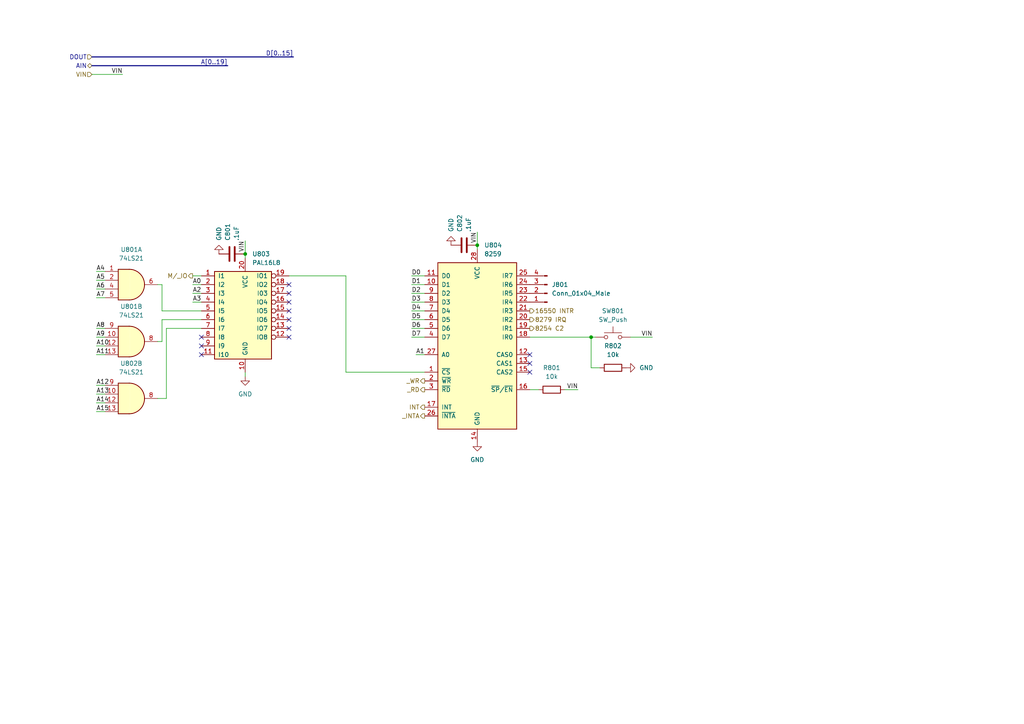
<source format=kicad_sch>
(kicad_sch (version 20211123) (generator eeschema)
  (paper "A4")
  (lib_symbols
    (symbol "74xx:74LS21" (pin_names (offset 1.016))
      (property "Reference" "U" (at 0 1.27 0))
      (property "Value" "74LS21" (at 0 -1.27 0))
      (symbol "74LS21_1_1"
        (arc (start -0.635 -4.445) (mid 3.81 0) (end -0.635 4.445) (stroke (width 0.254)) (fill (type background)))
        (polyline (pts (xy -0.635 4.445) (xy -3.81 4.445) (xy -3.81 -4.445) (xy -0.635 -4.445)) (stroke (width 0.254)) (fill (type background)))
        (pin input line (at -7.62 3.81 0) (length 3.81) (name "~") (number "1"))
        (pin input line (at -7.62 1.27 0) (length 3.81) (name "~") (number "2"))
        (pin input line (at -7.62 -1.27 0) (length 3.81) (name "~") (number "4"))
        (pin input line (at -7.62 -3.81 0) (length 3.81) (name "~") (number "5"))
        (pin output line (at 7.62 0 180) (length 3.81) (name "~") (number "6"))
      )
      (symbol "74LS21_1_2"
        (arc (start -3.81 -4.445) (mid -2.5908 0) (end -3.81 4.445) (stroke (width 0.254)))
        (arc (start -0.6096 -4.445) (mid 2.2246 -2.8422) (end 3.81 0) (stroke (width 0.254)) (fill (type background)))
        (polyline (pts (xy -3.81 -4.445) (xy -0.635 -4.445)) (stroke (width 0.254)) (fill (type background)))
        (polyline (pts (xy -3.81 4.445) (xy -0.635 4.445)) (stroke (width 0.254)) (fill (type background)))
        (polyline (pts (xy -0.635 4.445) (xy -3.81 4.445) (xy -3.81 4.445) (xy -3.6322 4.0894) (xy -3.0988 2.921) (xy -2.7686 1.6764) (xy -2.6162 0.4318) (xy -2.6416 -0.8636) (xy -2.8702 -2.1082) (xy -3.2512 -3.3274) (xy -3.81 -4.445) (xy -3.81 -4.445) (xy -0.635 -4.445)) (stroke (width -25.4)) (fill (type background)))
        (arc (start 3.81 0) (mid 2.2204 2.8379) (end -0.6096 4.445) (stroke (width 0.254)) (fill (type background)))
        (pin input inverted (at -7.62 3.81 0) (length 3.81) (name "~") (number "1"))
        (pin input inverted (at -7.62 1.27 0) (length 4.826) (name "~") (number "2"))
        (pin input inverted (at -7.62 -1.27 0) (length 4.826) (name "~") (number "4"))
        (pin input inverted (at -7.62 -3.81 0) (length 3.81) (name "~") (number "5"))
        (pin output inverted (at 7.62 0 180) (length 3.81) (name "~") (number "6"))
      )
      (symbol "74LS21_2_1"
        (arc (start -0.635 -4.445) (mid 3.81 0) (end -0.635 4.445) (stroke (width 0.254)) (fill (type background)))
        (polyline (pts (xy -0.635 4.445) (xy -3.81 4.445) (xy -3.81 -4.445) (xy -0.635 -4.445)) (stroke (width 0.254)) (fill (type background)))
        (pin input line (at -7.62 1.27 0) (length 3.81) (name "~") (number "10"))
        (pin input line (at -7.62 -1.27 0) (length 3.81) (name "~") (number "12"))
        (pin input line (at -7.62 -3.81 0) (length 3.81) (name "~") (number "13"))
        (pin output line (at 7.62 0 180) (length 3.81) (name "~") (number "8"))
        (pin input line (at -7.62 3.81 0) (length 3.81) (name "~") (number "9"))
      )
      (symbol "74LS21_2_2"
        (arc (start -3.81 -4.445) (mid -2.5908 0) (end -3.81 4.445) (stroke (width 0.254)))
        (arc (start -0.6096 -4.445) (mid 2.2246 -2.8422) (end 3.81 0) (stroke (width 0.254)) (fill (type background)))
        (polyline (pts (xy -3.81 -4.445) (xy -0.635 -4.445)) (stroke (width 0.254)) (fill (type background)))
        (polyline (pts (xy -3.81 4.445) (xy -0.635 4.445)) (stroke (width 0.254)) (fill (type background)))
        (polyline (pts (xy -0.635 4.445) (xy -3.81 4.445) (xy -3.81 4.445) (xy -3.6322 4.0894) (xy -3.0988 2.921) (xy -2.7686 1.6764) (xy -2.6162 0.4318) (xy -2.6416 -0.8636) (xy -2.8702 -2.1082) (xy -3.2512 -3.3274) (xy -3.81 -4.445) (xy -3.81 -4.445) (xy -0.635 -4.445)) (stroke (width -25.4)) (fill (type background)))
        (arc (start 3.81 0) (mid 2.2204 2.8379) (end -0.6096 4.445) (stroke (width 0.254)) (fill (type background)))
        (pin input inverted (at -7.62 1.27 0) (length 4.826) (name "~") (number "10"))
        (pin input inverted (at -7.62 -1.27 0) (length 4.826) (name "~") (number "12"))
        (pin input inverted (at -7.62 -3.81 0) (length 3.81) (name "~") (number "13"))
        (pin output inverted (at 7.62 0 180) (length 3.81) (name "~") (number "8"))
        (pin input inverted (at -7.62 3.81 0) (length 3.81) (name "~") (number "9"))
      )
      (symbol "74LS21_3_0"
        (pin power_in line (at 0 12.7 270) (length 5.08) (name "VCC") (number "14"))
        (pin power_in line (at 0 -12.7 90) (length 5.08) (name "GND") (number "7"))
      )
      (symbol "74LS21_3_1"
        (rectangle (start -5.08 7.62) (end 5.08 -7.62) (stroke (width 0.254)) (fill (type background)))
      )
    )
    (symbol "Connector:Conn_01x04_Male" (pin_names (offset 1.016) hide)
      (property "Reference" "J" (at 0 5.08 0))
      (property "Value" "Conn_01x04_Male" (at 0 -7.62 0))
      (symbol "Conn_01x04_Male_1_1"
        (polyline (pts (xy 1.27 -5.08) (xy 0.8636 -5.08)) (stroke (width 0.1524)))
        (polyline (pts (xy 1.27 -2.54) (xy 0.8636 -2.54)) (stroke (width 0.1524)))
        (polyline (pts (xy 1.27 0) (xy 0.8636 0)) (stroke (width 0.1524)))
        (polyline (pts (xy 1.27 2.54) (xy 0.8636 2.54)) (stroke (width 0.1524)))
        (rectangle (start 0.8636 -4.953) (end 0 -5.207) (stroke (width 0.1524)) (fill (type outline)))
        (rectangle (start 0.8636 -2.413) (end 0 -2.667) (stroke (width 0.1524)) (fill (type outline)))
        (rectangle (start 0.8636 0.127) (end 0 -0.127) (stroke (width 0.1524)) (fill (type outline)))
        (rectangle (start 0.8636 2.667) (end 0 2.413) (stroke (width 0.1524)) (fill (type outline)))
        (pin passive line (at 5.08 2.54 180) (length 3.81) (name "Pin_1") (number "1"))
        (pin passive line (at 5.08 0 180) (length 3.81) (name "Pin_2") (number "2"))
        (pin passive line (at 5.08 -2.54 180) (length 3.81) (name "Pin_3") (number "3"))
        (pin passive line (at 5.08 -5.08 180) (length 3.81) (name "Pin_4") (number "4"))
      )
    )
    (symbol "Device:C" (pin_numbers hide) (pin_names (offset 0.254))
      (property "Reference" "C" (at 0.635 2.54 0))
      (property "Value" "C" (at 0.635 -2.54 0))
      (symbol "C_0_1"
        (polyline (pts (xy -2.032 -0.762) (xy 2.032 -0.762)) (stroke (width 0.508)))
        (polyline (pts (xy -2.032 0.762) (xy 2.032 0.762)) (stroke (width 0.508)))
      )
      (symbol "C_1_1"
        (pin passive line (at 0 3.81 270) (length 2.794) (name "~") (number "1"))
        (pin passive line (at 0 -3.81 90) (length 2.794) (name "~") (number "2"))
      )
    )
    (symbol "Device:R" (pin_numbers hide) (pin_names (offset 0))
      (property "Reference" "R" (at 2.032 0 90))
      (property "Value" "R" (at 0 0 90))
      (symbol "R_0_1"
        (rectangle (start -1.016 -2.54) (end 1.016 2.54) (stroke (width 0.254)))
      )
      (symbol "R_1_1"
        (pin passive line (at 0 3.81 270) (length 1.27) (name "~") (number "1"))
        (pin passive line (at 0 -3.81 90) (length 1.27) (name "~") (number "2"))
      )
    )
    (symbol "Interface:8259" (pin_names (offset 1.016))
      (property "Reference" "U" (at -10.16 25.4 0))
      (property "Value" "8259" (at 8.89 25.4 0))
      (symbol "8259_0_1"
        (rectangle (start -11.43 24.13) (end 11.43 -24.13) (stroke (width 0.254)) (fill (type background)))
      )
      (symbol "8259_1_1"
        (pin input line (at -15.24 -7.62 0) (length 3.81) (name "~{CS}") (number "1"))
        (pin bidirectional line (at -15.24 17.78 0) (length 3.81) (name "D1") (number "10"))
        (pin bidirectional line (at -15.24 20.32 0) (length 3.81) (name "D0") (number "11"))
        (pin input line (at 15.24 -2.54 180) (length 3.81) (name "CAS0") (number "12"))
        (pin output line (at 15.24 -5.08 180) (length 3.81) (name "CAS1") (number "13"))
        (pin power_in line (at 0 -27.94 90) (length 3.81) (name "GND") (number "14"))
        (pin output line (at 15.24 -7.62 180) (length 3.81) (name "CAS2") (number "15"))
        (pin bidirectional line (at 15.24 -12.7 180) (length 3.81) (name "~{SP}/~{EN}") (number "16"))
        (pin output line (at -15.24 -17.78 0) (length 3.81) (name "INT") (number "17"))
        (pin input line (at 15.24 2.54 180) (length 3.81) (name "IR0") (number "18"))
        (pin input line (at 15.24 5.08 180) (length 3.81) (name "IR1") (number "19"))
        (pin input line (at -15.24 -10.16 0) (length 3.81) (name "~{WR}") (number "2"))
        (pin input line (at 15.24 7.62 180) (length 3.81) (name "IR2") (number "20"))
        (pin input line (at 15.24 10.16 180) (length 3.81) (name "IR3") (number "21"))
        (pin input line (at 15.24 12.7 180) (length 3.81) (name "IR4") (number "22"))
        (pin input line (at 15.24 15.24 180) (length 3.81) (name "IR5") (number "23"))
        (pin input line (at 15.24 17.78 180) (length 3.81) (name "IR6") (number "24"))
        (pin input line (at 15.24 20.32 180) (length 3.81) (name "IR7") (number "25"))
        (pin input line (at -15.24 -20.32 0) (length 3.81) (name "~{INTA}") (number "26"))
        (pin input line (at -15.24 -2.54 0) (length 3.81) (name "A0") (number "27"))
        (pin power_in line (at 0 27.94 270) (length 3.81) (name "VCC") (number "28"))
        (pin input line (at -15.24 -12.7 0) (length 3.81) (name "~{RD}") (number "3"))
        (pin bidirectional line (at -15.24 2.54 0) (length 3.81) (name "D7") (number "4"))
        (pin bidirectional line (at -15.24 5.08 0) (length 3.81) (name "D6") (number "5"))
        (pin bidirectional line (at -15.24 7.62 0) (length 3.81) (name "D5") (number "6"))
        (pin bidirectional line (at -15.24 10.16 0) (length 3.81) (name "D4") (number "7"))
        (pin bidirectional line (at -15.24 12.7 0) (length 3.81) (name "D3") (number "8"))
        (pin bidirectional line (at -15.24 15.24 0) (length 3.81) (name "D2") (number "9"))
      )
    )
    (symbol "Logic_Programmable:PAL16L8" (pin_names (offset 1.016))
      (property "Reference" "U" (at -8.89 16.51 0))
      (property "Value" "PAL16L8" (at 1.27 16.51 0))
      (symbol "PAL16L8_0_0"
        (pin power_in line (at 0 -15.24 90) (length 3.81) (name "GND") (number "10"))
        (pin power_in line (at 0 17.78 270) (length 3.81) (name "VCC") (number "20"))
      )
      (symbol "PAL16L8_0_1"
        (rectangle (start -8.89 13.97) (end 7.62 -11.43) (stroke (width 0.254)) (fill (type background)))
      )
      (symbol "PAL16L8_1_1"
        (pin input line (at -12.7 12.7 0) (length 3.81) (name "I1") (number "1"))
        (pin input line (at -12.7 -10.16 0) (length 3.81) (name "I10") (number "11"))
        (pin tri_state inverted (at 12.7 -5.08 180) (length 5.08) (name "IO8") (number "12"))
        (pin tri_state inverted (at 12.7 -2.54 180) (length 5.08) (name "IO7") (number "13"))
        (pin tri_state inverted (at 12.7 0 180) (length 5.08) (name "IO6") (number "14"))
        (pin tri_state inverted (at 12.7 2.54 180) (length 5.08) (name "IO5") (number "15"))
        (pin tri_state inverted (at 12.7 5.08 180) (length 5.08) (name "IO4") (number "16"))
        (pin tri_state inverted (at 12.7 7.62 180) (length 5.08) (name "I03") (number "17"))
        (pin tri_state inverted (at 12.7 10.16 180) (length 5.08) (name "IO2") (number "18"))
        (pin tri_state inverted (at 12.7 12.7 180) (length 5.08) (name "IO1") (number "19"))
        (pin input line (at -12.7 10.16 0) (length 3.81) (name "I2") (number "2"))
        (pin input line (at -12.7 7.62 0) (length 3.81) (name "I3") (number "3"))
        (pin input line (at -12.7 5.08 0) (length 3.81) (name "I4") (number "4"))
        (pin input line (at -12.7 2.54 0) (length 3.81) (name "I5") (number "5"))
        (pin input line (at -12.7 0 0) (length 3.81) (name "I6") (number "6"))
        (pin input line (at -12.7 -2.54 0) (length 3.81) (name "I7") (number "7"))
        (pin input line (at -12.7 -5.08 0) (length 3.81) (name "I8") (number "8"))
        (pin input line (at -12.7 -7.62 0) (length 3.81) (name "I9") (number "9"))
      )
    )
    (symbol "Switch:SW_Push" (pin_numbers hide) (pin_names (offset 1.016) hide)
      (property "Reference" "SW" (at 1.27 2.54 0))
      (property "Value" "SW_Push" (at 0 -1.524 0))
      (symbol "SW_Push_0_1"
        (circle (center -2.032 0) (radius 0.508))
        (polyline (pts (xy 0 1.27) (xy 0 3.048)))
        (polyline (pts (xy 2.54 1.27) (xy -2.54 1.27)))
        (circle (center 2.032 0) (radius 0.508))
        (pin passive line (at -5.08 0 0) (length 2.54) (name "1") (number "1"))
        (pin passive line (at 5.08 0 180) (length 2.54) (name "2") (number "2"))
      )
    )
    (symbol "power:GND" (power) (pin_names (offset 0))
      (property "Value" "GND" (at 0 -3.81 0))
      (symbol "GND_0_1"
        (polyline (pts (xy 0 0) (xy 0 -1.27) (xy 1.27 -1.27) (xy 0 -2.54) (xy -1.27 -1.27) (xy 0 -1.27)))
      )
      (symbol "GND_1_1"
        (pin power_in line (at 0 0 270) (length 0) hide (name "GND") (number "1"))
      )
    )
  )
  (junction (at 138.43 71.12))
  (junction (at 71.12 73.66))
  (junction (at 171.45 97.79))
  (no_connect (at 83.82 92.71))
  (no_connect (at 83.82 85.09))
  (no_connect (at 83.82 87.63))
  (no_connect (at 58.42 100.33))
  (no_connect (at 83.82 97.79))
  (no_connect (at 83.82 90.17))
  (no_connect (at 83.82 82.55))
  (no_connect (at 58.42 97.79))
  (no_connect (at 153.67 102.87))
  (no_connect (at 153.67 105.41))
  (no_connect (at 153.67 107.95))
  (no_connect (at 58.42 102.87))
  (no_connect (at 83.82 95.25))
  (wire (pts (xy 27.94 102.87) (xy 30.48 102.87)))
  (bus (pts (xy 26.67 19.05) (xy 66.04 19.05)))
  (wire (pts (xy 46.99 90.17) (xy 58.42 90.17)))
  (wire (pts (xy 27.94 95.25) (xy 30.48 95.25)))
  (wire (pts (xy 27.94 78.74) (xy 30.48 78.74)))
  (wire (pts (xy 55.88 85.09) (xy 58.42 85.09)))
  (wire (pts (xy 27.94 83.82) (xy 30.48 83.82)))
  (wire (pts (xy 27.94 100.33) (xy 30.48 100.33)))
  (wire (pts (xy 119.38 92.71) (xy 123.19 92.71)))
  (wire (pts (xy 45.72 82.55) (xy 46.99 82.55)))
  (wire (pts (xy 120.65 102.87) (xy 123.19 102.87)))
  (wire (pts (xy 119.38 87.63) (xy 123.19 87.63)))
  (wire (pts (xy 83.82 80.01) (xy 100.33 80.01)))
  (wire (pts (xy 119.38 95.25) (xy 123.19 95.25)))
  (wire (pts (xy 71.12 69.85) (xy 71.12 73.66)))
  (wire (pts (xy 55.88 82.55) (xy 58.42 82.55)))
  (wire (pts (xy 153.67 113.03) (xy 156.21 113.03)))
  (wire (pts (xy 46.99 82.55) (xy 46.99 90.17)))
  (wire (pts (xy 163.83 113.03) (xy 167.64 113.03)))
  (wire (pts (xy 48.26 115.57) (xy 48.26 95.25)))
  (wire (pts (xy 119.38 80.01) (xy 123.19 80.01)))
  (wire (pts (xy 46.99 92.71) (xy 58.42 92.71)))
  (wire (pts (xy 26.67 21.59) (xy 35.56 21.59)))
  (wire (pts (xy 48.26 95.25) (xy 58.42 95.25)))
  (wire (pts (xy 27.94 116.84) (xy 30.48 116.84)))
  (wire (pts (xy 71.12 73.66) (xy 71.12 74.93)))
  (wire (pts (xy 171.45 106.68) (xy 173.99 106.68)))
  (wire (pts (xy 27.94 86.36) (xy 30.48 86.36)))
  (wire (pts (xy 46.99 99.06) (xy 46.99 92.71)))
  (wire (pts (xy 138.43 67.31) (xy 138.43 71.12)))
  (wire (pts (xy 27.94 111.76) (xy 30.48 111.76)))
  (wire (pts (xy 55.88 80.01) (xy 58.42 80.01)))
  (wire (pts (xy 171.45 97.79) (xy 172.72 97.79)))
  (wire (pts (xy 71.12 109.22) (xy 71.12 107.95)))
  (wire (pts (xy 119.38 85.09) (xy 123.19 85.09)))
  (wire (pts (xy 27.94 114.3) (xy 30.48 114.3)))
  (wire (pts (xy 119.38 97.79) (xy 123.19 97.79)))
  (wire (pts (xy 55.88 87.63) (xy 58.42 87.63)))
  (wire (pts (xy 27.94 97.79) (xy 30.48 97.79)))
  (wire (pts (xy 119.38 82.55) (xy 123.19 82.55)))
  (wire (pts (xy 100.33 107.95) (xy 123.19 107.95)))
  (wire (pts (xy 138.43 71.12) (xy 138.43 72.39)))
  (wire (pts (xy 100.33 80.01) (xy 100.33 107.95)))
  (wire (pts (xy 171.45 97.79) (xy 171.45 106.68)))
  (wire (pts (xy 153.67 97.79) (xy 171.45 97.79)))
  (wire (pts (xy 182.88 97.79) (xy 189.23 97.79)))
  (bus (pts (xy 26.67 16.51) (xy 85.09 16.51)))
  (wire (pts (xy 45.72 115.57) (xy 48.26 115.57)))
  (wire (pts (xy 45.72 99.06) (xy 46.99 99.06)))
  (wire (pts (xy 27.94 119.38) (xy 30.48 119.38)))
  (wire (pts (xy 119.38 90.17) (xy 123.19 90.17)))
  (wire (pts (xy 27.94 81.28) (xy 30.48 81.28)))
  (label "A[0..19]" (at 66.04 19.05 180))
  (label "A5" (at 27.94 81.28 0))
  (label "A15" (at 27.94 119.38 0))
  (label "D0" (at 119.38 80.01 0))
  (label "D5" (at 119.38 92.71 0))
  (label "A3" (at 55.88 87.63 0))
  (label "A2" (at 55.88 85.09 0))
  (label "VIN" (at 167.64 113.03 180))
  (label "A6" (at 27.94 83.82 0))
  (label "D4" (at 119.38 90.17 0))
  (label "A10" (at 27.94 100.33 0))
  (label "A14" (at 27.94 116.84 0))
  (label "A13" (at 27.94 114.3 0))
  (label "VIN" (at 35.56 21.59 180))
  (label "D[0..15]" (at 85.09 16.51 180))
  (label "D1" (at 119.38 82.55 0))
  (label "A8" (at 27.94 95.25 0))
  (label "A11" (at 27.94 102.87 0))
  (label "VIN" (at 189.23 97.79 180))
  (label "A1" (at 120.65 102.87 0))
  (label "D3" (at 119.38 87.63 0))
  (label "D6" (at 119.38 95.25 0))
  (label "A7" (at 27.94 86.36 0))
  (label "A0" (at 55.88 82.55 0))
  (label "A12" (at 27.94 111.76 0))
  (label "D2" (at 119.38 85.09 0))
  (label "VIN" (at 138.43 67.31 270))
  (label "A4" (at 27.94 78.74 0))
  (label "A9" (at 27.94 97.79 0))
  (label "D7" (at 119.38 97.79 0))
  (label "VIN" (at 71.12 69.85 270))
  (hierarchical_label "16550 INTR" (shape output) (at 153.67 90.17 0))
  (hierarchical_label "INT" (shape output) (at 123.19 118.11 180))
  (hierarchical_label "M{slash}_IO" (shape output) (at 55.88 80.01 180))
  (hierarchical_label "_INTA" (shape output) (at 123.19 120.65 180))
  (hierarchical_label "8254 C2" (shape output) (at 153.67 95.25 0))
  (hierarchical_label "DOUT" (shape input) (at 26.67 16.51 180))
  (hierarchical_label "_WR" (shape output) (at 123.19 110.49 180))
  (hierarchical_label "_RD" (shape output) (at 123.19 113.03 180))
  (hierarchical_label "AIN" (shape bidirectional) (at 26.67 19.05 180))
  (hierarchical_label "VIN" (shape input) (at 26.67 21.59 180))
  (hierarchical_label "8279 IRQ" (shape output) (at 153.67 92.71 0))
  (symbol (lib_id "74xx:74LS21") (at 38.1 82.55 0) (unit 1)
    (property "Reference" "U801" (at 38.1 72.39 0))
    (property "Value" "74LS21" (at 38.1 74.93 0))
    (property "Footprint" "Package_DIP:DIP-14_W10.16mm" (effects hide))
    (property "Datasheet" "http://www.ti.com/lit/gpn/sn74LS21" (effects hide))
  )
  (symbol (lib_id "Device:R") (at 160.02 113.03 90) (unit 1)
    (property "Reference" "R801" (at 160.02 106.68 90))
    (property "Value" "10k" (at 160.02 109.22 90))
    (property "Footprint" "Resistor_SMD:R_0201_0603Metric" (effects hide))
  )
  (symbol (lib_id "Device:R") (at 177.8 106.68 90) (unit 1)
    (property "Reference" "R802" (at 177.8 100.33 90))
    (property "Value" "10k" (at 177.8 102.87 90))
    (property "Footprint" "Resistor_SMD:R_0201_0603Metric" (effects hide))
  )
  (symbol (lib_id "74xx:74LS21") (at 38.1 115.57 0) (unit 2)
    (property "Reference" "U802" (at 38.1 105.41 0))
    (property "Value" "74LS21" (at 38.1 107.95 0))
    (property "Footprint" "Package_DIP:DIP-14_W10.16mm" (effects hide))
    (property "Datasheet" "http://www.ti.com/lit/gpn/sn74LS21" (effects hide))
  )
  (symbol (lib_id "Connector:Conn_01x04_Male") (at 158.75 85.09 180) (unit 1)
    (property "Reference" "J801" (at 160.02 82.5499 0) (effects (justify right)))
    (property "Value" "Conn_01x04_Male" (at 160.02 85.0899 0) (effects (justify right)))
    (property "Footprint" "Connector_PinHeader_1.00mm:PinHeader_1x04_P1.00mm_Vertical" (effects hide))
  )
  (symbol (lib_id "power:GND") (at 181.61 106.68 90) (unit 1)
    (property "Reference" "#PWR0805" (effects hide))
    (property "Value" "GND" (at 185.42 106.6799 90) (effects (justify right)))
  )
  (symbol (lib_id "Device:C") (at 134.62 71.12 90) (unit 1)
    (property "Reference" "C802" (at 133.3499 67.31 0) (effects (justify left)))
    (property "Value" ".1uF" (at 135.8899 67.31 0) (effects (justify left)))
    (property "Footprint" "Capacitor_SMD:CP_Elec_3x5.3" (effects hide))
  )
  (symbol (lib_id "Logic_Programmable:PAL16L8") (at 71.12 92.71 0) (unit 1)
    (property "Reference" "U803" (at 73.1394 73.66 0) (effects (justify left)))
    (property "Value" "PAL16L8" (at 73.1394 76.2 0) (effects (justify left)))
    (property "Footprint" "Package_DIP:DIP-20_W7.62mm" (effects hide))
  )
  (symbol (lib_id "Interface:8259") (at 138.43 100.33 0) (unit 1)
    (property "Reference" "U804" (at 140.4494 71.12 0) (effects (justify left)))
    (property "Value" "8259" (at 140.4494 73.66 0) (effects (justify left)))
    (property "Footprint" "Package_DIP:DIP-28_W15.24mm" (effects hide))
    (property "Datasheet" "http://pdos.csail.mit.edu/6.828/2005/readings/hardware/8259A.pdf" (effects hide))
  )
  (symbol (lib_id "74xx:74LS21") (at 38.1 99.06 0) (unit 2)
    (property "Reference" "U801" (at 38.1 88.9 0))
    (property "Value" "74LS21" (at 38.1 91.44 0))
    (property "Footprint" "Package_DIP:DIP-14_W10.16mm" (effects hide))
    (property "Datasheet" "http://www.ti.com/lit/gpn/sn74LS21" (effects hide))
  )
  (symbol (lib_id "Device:C") (at 67.31 73.66 90) (unit 1)
    (property "Reference" "C801" (at 66.0399 69.85 0) (effects (justify left)))
    (property "Value" ".1uF" (at 68.5799 69.85 0) (effects (justify left)))
    (property "Footprint" "Capacitor_SMD:CP_Elec_3x5.3" (effects hide))
  )
  (symbol (lib_id "power:GND") (at 138.43 128.27 0) (unit 1)
    (property "Reference" "#PWR0804" (effects hide))
    (property "Value" "GND" (at 138.43 133.35 0))
  )
  (symbol (lib_id "Switch:SW_Push") (at 177.8 97.79 0) (unit 1)
    (property "Reference" "SW801" (at 177.8 90.17 0))
    (property "Value" "SW_Push" (at 177.8 92.71 0))
    (property "Footprint" "Button_Switch_Keyboard:SW_Cherry_MX_1.00u_PCB" (effects hide))
  )
  (symbol (lib_id "power:GND") (at 130.81 71.12 180) (unit 1)
    (property "Reference" "#PWR0803" (effects hide))
    (property "Value" "GND" (at 130.8099 67.31 90) (effects (justify right)))
  )
  (symbol (lib_id "power:GND") (at 71.12 109.22 0) (unit 1)
    (property "Reference" "#PWR0802" (effects hide))
    (property "Value" "GND" (at 71.12 114.3 0))
  )
  (symbol (lib_id "power:GND") (at 63.5 73.66 180) (unit 1)
    (property "Reference" "#PWR0801" (effects hide))
    (property "Value" "GND" (at 63.4999 69.85 90) (effects (justify right)))
  )
)
</source>
